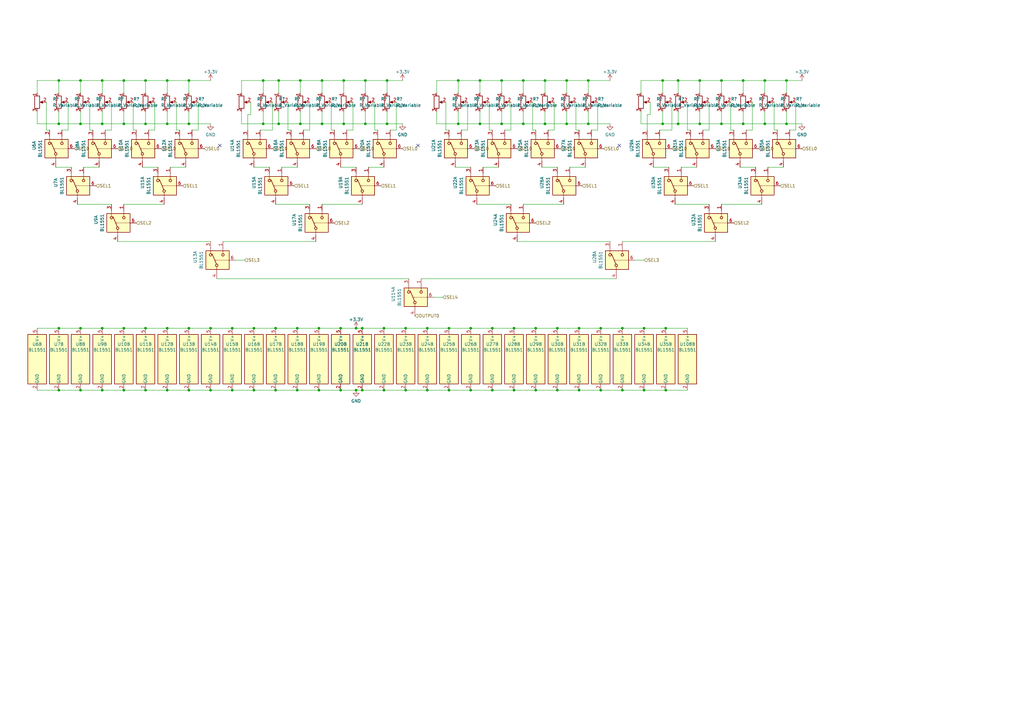
<source format=kicad_sch>
(kicad_sch (version 20230121) (generator eeschema)
  (paper "A3")
  (junction (at 132.08 33.02))
  (junction (at 139.7 134.62))
  (junction (at 214.63 50.8))
  (junction (at 193.04 160.02))
  (junction (at 41.91 50.8))
  (junction (at 107.95 50.8))
  (junction (at 255.27 160.02))
  (junction (at 68.58 160.02))
  (junction (at 241.3 33.02))
  (junction (at 228.6 160.02))
  (junction (at 41.91 160.02))
  (junction (at 77.47 160.02))
  (junction (at 232.41 33.02))
  (junction (at 121.92 134.62))
  (junction (at 59.69 160.02))
  (junction (at 77.47 33.02))
  (junction (at 41.91 134.62))
  (junction (at 255.27 134.62))
  (junction (at 157.48 134.62))
  (junction (at 149.86 50.8))
  (junction (at 187.96 33.02))
  (junction (at 132.08 50.8))
  (junction (at 146.05 160.02))
  (junction (at 140.97 33.02))
  (junction (at 59.69 134.62))
  (junction (at 86.36 134.62))
  (junction (at 95.25 160.02))
  (junction (at 158.75 50.8))
  (junction (at 130.81 134.62))
  (junction (at 113.03 134.62))
  (junction (at 33.02 160.02))
  (junction (at 246.38 134.62))
  (junction (at 59.69 50.8))
  (junction (at 104.14 134.62))
  (junction (at 166.37 134.62))
  (junction (at 287.02 33.02))
  (junction (at 50.8 160.02))
  (junction (at 68.58 33.02))
  (junction (at 210.82 160.02))
  (junction (at 148.59 160.02))
  (junction (at 271.78 33.02))
  (junction (at 273.05 160.02))
  (junction (at 24.13 50.8))
  (junction (at 304.8 50.8))
  (junction (at 313.69 50.8))
  (junction (at 304.8 33.02))
  (junction (at 24.13 134.62))
  (junction (at 77.47 50.8))
  (junction (at 187.96 50.8))
  (junction (at 241.3 50.8))
  (junction (at 264.16 160.02))
  (junction (at 264.16 134.62))
  (junction (at 113.03 160.02))
  (junction (at 223.52 50.8))
  (junction (at 201.93 134.62))
  (junction (at 278.13 50.8))
  (junction (at 271.78 50.8))
  (junction (at 295.91 33.02))
  (junction (at 114.3 33.02))
  (junction (at 148.59 134.62))
  (junction (at 158.75 33.02))
  (junction (at 196.85 50.8))
  (junction (at 33.02 33.02))
  (junction (at 184.15 134.62))
  (junction (at 205.74 33.02))
  (junction (at 184.15 160.02))
  (junction (at 157.48 160.02))
  (junction (at 219.71 134.62))
  (junction (at 278.13 33.02))
  (junction (at 140.97 50.8))
  (junction (at 196.85 33.02))
  (junction (at 295.91 50.8))
  (junction (at 210.82 134.62))
  (junction (at 41.91 33.02))
  (junction (at 175.26 160.02))
  (junction (at 219.71 160.02))
  (junction (at 193.04 134.62))
  (junction (at 223.52 33.02))
  (junction (at 50.8 50.8))
  (junction (at 322.58 50.8))
  (junction (at 322.58 33.02))
  (junction (at 166.37 160.02))
  (junction (at 50.8 134.62))
  (junction (at 104.14 160.02))
  (junction (at 68.58 50.8))
  (junction (at 232.41 50.8))
  (junction (at 123.19 50.8))
  (junction (at 123.19 33.02))
  (junction (at 237.49 160.02))
  (junction (at 24.13 33.02))
  (junction (at 214.63 33.02))
  (junction (at 246.38 160.02))
  (junction (at 201.93 160.02))
  (junction (at 228.6 134.62))
  (junction (at 86.36 160.02))
  (junction (at 59.69 33.02))
  (junction (at 313.69 33.02))
  (junction (at 146.05 134.62))
  (junction (at 50.8 33.02))
  (junction (at 139.7 160.02))
  (junction (at 24.13 160.02))
  (junction (at 149.86 33.02))
  (junction (at 33.02 134.62))
  (junction (at 287.02 50.8))
  (junction (at 114.3 50.8))
  (junction (at 107.95 33.02))
  (junction (at 33.02 50.8))
  (junction (at 77.47 134.62))
  (junction (at 130.81 160.02))
  (junction (at 121.92 160.02))
  (junction (at 95.25 134.62))
  (junction (at 68.58 134.62))
  (junction (at 205.74 50.8))
  (junction (at 273.05 134.62))
  (junction (at 175.26 134.62))
  (junction (at 237.49 134.62))
  (no_connect (at 171.45 59.69))
  (no_connect (at 254 59.69))
  (no_connect (at 90.17 59.69))
  (wire (pts (xy 107.95 50.8) (xy 107.95 45.72)))
  (wire (pts (xy 187.96 33.02) (xy 196.85 33.02)))
  (wire (pts (xy 102.87 46.99) (xy 101.6 46.99)))
  (wire (pts (xy 287.02 50.8) (xy 295.91 50.8)))
  (wire (pts (xy 24.13 50.8) (xy 33.02 50.8)))
  (wire (pts (xy 273.05 134.62) (xy 281.94 134.62)))
  (wire (pts (xy 271.78 50.8) (xy 271.78 45.72)))
  (wire (pts (xy 271.78 50.8) (xy 278.13 50.8)))
  (wire (pts (xy 68.58 33.02) (xy 68.58 38.1)))
  (wire (pts (xy 245.11 41.91) (xy 245.11 53.34)))
  (wire (pts (xy 326.39 41.91) (xy 326.39 53.34)))
  (wire (pts (xy 27.94 41.91) (xy 27.94 53.34)))
  (wire (pts (xy 24.13 160.02) (xy 33.02 160.02)))
  (wire (pts (xy 198.12 68.58) (xy 204.47 68.58)))
  (wire (pts (xy 99.06 50.8) (xy 107.95 50.8)))
  (wire (pts (xy 250.19 33.02) (xy 241.3 33.02)))
  (wire (pts (xy 111.76 53.34) (xy 106.68 53.34)))
  (wire (pts (xy 24.13 33.02) (xy 33.02 33.02)))
  (wire (pts (xy 50.8 160.02) (xy 59.69 160.02)))
  (wire (pts (xy 264.16 134.62) (xy 273.05 134.62)))
  (wire (pts (xy 81.28 53.34) (xy 78.74 53.34)))
  (wire (pts (xy 246.38 160.02) (xy 255.27 160.02)))
  (wire (pts (xy 15.24 33.02) (xy 24.13 33.02)))
  (wire (pts (xy 59.69 134.62) (xy 68.58 134.62)))
  (wire (pts (xy 255.27 99.06) (xy 293.37 99.06)))
  (wire (pts (xy 50.8 134.62) (xy 59.69 134.62)))
  (wire (pts (xy 59.69 160.02) (xy 68.58 160.02)))
  (wire (pts (xy 139.7 160.02) (xy 146.05 160.02)))
  (wire (pts (xy 209.55 53.34) (xy 207.01 53.34)))
  (wire (pts (xy 68.58 50.8) (xy 77.47 50.8)))
  (wire (pts (xy 19.05 53.34) (xy 20.32 53.34)))
  (wire (pts (xy 314.96 68.58) (xy 321.31 68.58)))
  (wire (pts (xy 262.89 33.02) (xy 262.89 38.1)))
  (wire (pts (xy 50.8 50.8) (xy 50.8 45.72)))
  (wire (pts (xy 114.3 33.02) (xy 123.19 33.02)))
  (wire (pts (xy 72.39 41.91) (xy 72.39 53.34)))
  (wire (pts (xy 153.67 41.91) (xy 153.67 53.34)))
  (wire (pts (xy 59.69 50.8) (xy 59.69 45.72)))
  (wire (pts (xy 304.8 33.02) (xy 313.69 33.02)))
  (wire (pts (xy 278.13 33.02) (xy 287.02 33.02)))
  (wire (pts (xy 205.74 33.02) (xy 214.63 33.02)))
  (wire (pts (xy 107.95 50.8) (xy 114.3 50.8)))
  (wire (pts (xy 132.08 50.8) (xy 140.97 50.8)))
  (wire (pts (xy 68.58 50.8) (xy 68.58 45.72)))
  (wire (pts (xy 175.26 160.02) (xy 184.15 160.02)))
  (wire (pts (xy 99.06 50.8) (xy 99.06 45.72)))
  (wire (pts (xy 205.74 33.02) (xy 205.74 38.1)))
  (wire (pts (xy 236.22 41.91) (xy 236.22 53.34)))
  (wire (pts (xy 58.42 68.58) (xy 64.77 68.58)))
  (wire (pts (xy 31.75 83.82) (xy 45.72 83.82)))
  (wire (pts (xy 41.91 50.8) (xy 50.8 50.8)))
  (wire (pts (xy 265.43 46.99) (xy 265.43 53.34)))
  (wire (pts (xy 223.52 50.8) (xy 223.52 45.72)))
  (wire (pts (xy 304.8 50.8) (xy 304.8 45.72)))
  (wire (pts (xy 201.93 134.62) (xy 210.82 134.62)))
  (wire (pts (xy 81.28 41.91) (xy 81.28 53.34)))
  (wire (pts (xy 187.96 50.8) (xy 196.85 50.8)))
  (wire (pts (xy 262.89 50.8) (xy 262.89 45.72)))
  (wire (pts (xy 123.19 33.02) (xy 132.08 33.02)))
  (wire (pts (xy 50.8 33.02) (xy 59.69 33.02)))
  (wire (pts (xy 19.05 41.91) (xy 19.05 53.34)))
  (wire (pts (xy 193.04 160.02) (xy 201.93 160.02)))
  (wire (pts (xy 22.86 68.58) (xy 29.21 68.58)))
  (wire (pts (xy 313.69 50.8) (xy 313.69 45.72)))
  (wire (pts (xy 50.8 33.02) (xy 50.8 38.1)))
  (wire (pts (xy 123.19 50.8) (xy 132.08 50.8)))
  (wire (pts (xy 59.69 33.02) (xy 59.69 38.1)))
  (wire (pts (xy 196.85 50.8) (xy 196.85 45.72)))
  (wire (pts (xy 276.86 83.82) (xy 290.83 83.82)))
  (wire (pts (xy 179.07 33.02) (xy 187.96 33.02)))
  (wire (pts (xy 158.75 50.8) (xy 165.1 50.8)))
  (wire (pts (xy 287.02 33.02) (xy 287.02 38.1)))
  (wire (pts (xy 77.47 33.02) (xy 77.47 38.1)))
  (wire (pts (xy 210.82 134.62) (xy 219.71 134.62)))
  (wire (pts (xy 196.85 33.02) (xy 196.85 38.1)))
  (wire (pts (xy 36.83 53.34) (xy 38.1 53.34)))
  (wire (pts (xy 158.75 50.8) (xy 158.75 45.72)))
  (wire (pts (xy 218.44 53.34) (xy 219.71 53.34)))
  (wire (pts (xy 130.81 134.62) (xy 139.7 134.62)))
  (wire (pts (xy 295.91 33.02) (xy 295.91 38.1)))
  (wire (pts (xy 326.39 53.34) (xy 323.85 53.34)))
  (wire (pts (xy 114.3 50.8) (xy 123.19 50.8)))
  (wire (pts (xy 214.63 83.82) (xy 231.14 83.82)))
  (wire (pts (xy 118.11 41.91) (xy 118.11 53.34)))
  (wire (pts (xy 157.48 134.62) (xy 166.37 134.62)))
  (wire (pts (xy 227.33 53.34) (xy 224.79 53.34)))
  (wire (pts (xy 151.13 68.58) (xy 157.48 68.58)))
  (wire (pts (xy 54.61 53.34) (xy 55.88 53.34)))
  (wire (pts (xy 162.56 53.34) (xy 160.02 53.34)))
  (wire (pts (xy 295.91 50.8) (xy 304.8 50.8)))
  (wire (pts (xy 266.7 41.91) (xy 266.7 46.99)))
  (wire (pts (xy 118.11 53.34) (xy 119.38 53.34)))
  (wire (pts (xy 299.72 53.34) (xy 300.99 53.34)))
  (wire (pts (xy 33.02 160.02) (xy 41.91 160.02)))
  (wire (pts (xy 41.91 33.02) (xy 50.8 33.02)))
  (wire (pts (xy 266.7 46.99) (xy 265.43 46.99)))
  (wire (pts (xy 132.08 33.02) (xy 140.97 33.02)))
  (wire (pts (xy 95.25 134.62) (xy 104.14 134.62)))
  (wire (pts (xy 182.88 53.34) (xy 184.15 53.34)))
  (wire (pts (xy 227.33 41.91) (xy 227.33 53.34)))
  (wire (pts (xy 157.48 160.02) (xy 166.37 160.02)))
  (wire (pts (xy 175.26 134.62) (xy 184.15 134.62)))
  (wire (pts (xy 102.87 41.91) (xy 102.87 46.99)))
  (wire (pts (xy 158.75 33.02) (xy 165.1 33.02)))
  (wire (pts (xy 63.5 53.34) (xy 60.96 53.34)))
  (wire (pts (xy 15.24 160.02) (xy 24.13 160.02)))
  (wire (pts (xy 275.59 53.34) (xy 270.51 53.34)))
  (wire (pts (xy 201.93 160.02) (xy 210.82 160.02)))
  (wire (pts (xy 50.8 50.8) (xy 59.69 50.8)))
  (wire (pts (xy 77.47 50.8) (xy 77.47 45.72)))
  (wire (pts (xy 96.52 106.68) (xy 100.33 106.68)))
  (wire (pts (xy 88.9 114.3) (xy 167.64 114.3)))
  (wire (pts (xy 222.25 68.58) (xy 228.6 68.58)))
  (wire (pts (xy 295.91 33.02) (xy 304.8 33.02)))
  (wire (pts (xy 127 53.34) (xy 124.46 53.34)))
  (wire (pts (xy 219.71 160.02) (xy 228.6 160.02)))
  (wire (pts (xy 132.08 33.02) (xy 132.08 38.1)))
  (wire (pts (xy 139.7 68.58) (xy 146.05 68.58)))
  (wire (pts (xy 149.86 33.02) (xy 158.75 33.02)))
  (wire (pts (xy 107.95 33.02) (xy 107.95 38.1)))
  (wire (pts (xy 41.91 160.02) (xy 50.8 160.02)))
  (wire (pts (xy 214.63 33.02) (xy 214.63 38.1)))
  (wire (pts (xy 15.24 134.62) (xy 24.13 134.62)))
  (wire (pts (xy 313.69 33.02) (xy 313.69 38.1)))
  (wire (pts (xy 45.72 41.91) (xy 45.72 53.34)))
  (wire (pts (xy 139.7 134.62) (xy 146.05 134.62)))
  (wire (pts (xy 114.3 50.8) (xy 114.3 45.72)))
  (wire (pts (xy 41.91 50.8) (xy 41.91 45.72)))
  (wire (pts (xy 104.14 68.58) (xy 110.49 68.58)))
  (wire (pts (xy 273.05 160.02) (xy 281.94 160.02)))
  (wire (pts (xy 232.41 50.8) (xy 232.41 45.72)))
  (wire (pts (xy 91.44 99.06) (xy 129.54 99.06)))
  (wire (pts (xy 121.92 160.02) (xy 130.81 160.02)))
  (wire (pts (xy 77.47 160.02) (xy 86.36 160.02)))
  (wire (pts (xy 278.13 33.02) (xy 278.13 38.1)))
  (wire (pts (xy 135.89 41.91) (xy 135.89 53.34)))
  (wire (pts (xy 191.77 41.91) (xy 191.77 53.34)))
  (wire (pts (xy 41.91 134.62) (xy 50.8 134.62)))
  (wire (pts (xy 127 41.91) (xy 127 53.34)))
  (wire (pts (xy 322.58 50.8) (xy 328.93 50.8)))
  (wire (pts (xy 281.94 41.91) (xy 281.94 53.34)))
  (wire (pts (xy 41.91 33.02) (xy 41.91 38.1)))
  (wire (pts (xy 179.07 33.02) (xy 179.07 38.1)))
  (wire (pts (xy 111.76 41.91) (xy 111.76 53.34)))
  (wire (pts (xy 290.83 53.34) (xy 288.29 53.34)))
  (wire (pts (xy 99.06 33.02) (xy 99.06 38.1)))
  (wire (pts (xy 223.52 33.02) (xy 223.52 38.1)))
  (wire (pts (xy 223.52 33.02) (xy 232.41 33.02)))
  (wire (pts (xy 15.24 33.02) (xy 15.24 38.1)))
  (wire (pts (xy 140.97 50.8) (xy 140.97 45.72)))
  (wire (pts (xy 287.02 33.02) (xy 295.91 33.02)))
  (wire (pts (xy 218.44 41.91) (xy 218.44 53.34)))
  (wire (pts (xy 184.15 134.62) (xy 193.04 134.62)))
  (wire (pts (xy 149.86 50.8) (xy 149.86 45.72)))
  (wire (pts (xy 271.78 33.02) (xy 278.13 33.02)))
  (wire (pts (xy 322.58 33.02) (xy 328.93 33.02)))
  (wire (pts (xy 267.97 68.58) (xy 274.32 68.58)))
  (wire (pts (xy 255.27 134.62) (xy 264.16 134.62)))
  (wire (pts (xy 187.96 50.8) (xy 187.96 45.72)))
  (wire (pts (xy 68.58 33.02) (xy 77.47 33.02)))
  (wire (pts (xy 68.58 134.62) (xy 77.47 134.62)))
  (wire (pts (xy 187.96 33.02) (xy 187.96 38.1)))
  (wire (pts (xy 271.78 33.02) (xy 271.78 38.1)))
  (wire (pts (xy 69.85 68.58) (xy 76.2 68.58)))
  (wire (pts (xy 72.39 53.34) (xy 73.66 53.34)))
  (wire (pts (xy 113.03 134.62) (xy 121.92 134.62)))
  (wire (pts (xy 130.81 160.02) (xy 139.7 160.02)))
  (wire (pts (xy 114.3 33.02) (xy 114.3 38.1)))
  (wire (pts (xy 241.3 50.8) (xy 241.3 45.72)))
  (wire (pts (xy 322.58 50.8) (xy 322.58 45.72)))
  (wire (pts (xy 140.97 50.8) (xy 149.86 50.8)))
  (wire (pts (xy 121.92 134.62) (xy 130.81 134.62)))
  (wire (pts (xy 33.02 50.8) (xy 41.91 50.8)))
  (wire (pts (xy 304.8 50.8) (xy 313.69 50.8)))
  (wire (pts (xy 146.05 134.62) (xy 148.59 134.62)))
  (wire (pts (xy 148.59 160.02) (xy 157.48 160.02)))
  (wire (pts (xy 153.67 53.34) (xy 154.94 53.34)))
  (wire (pts (xy 115.57 68.58) (xy 121.92 68.58)))
  (wire (pts (xy 303.53 68.58) (xy 309.88 68.58)))
  (wire (pts (xy 86.36 160.02) (xy 95.25 160.02)))
  (wire (pts (xy 260.35 106.68) (xy 264.16 106.68)))
  (wire (pts (xy 101.6 46.99) (xy 101.6 53.34)))
  (wire (pts (xy 228.6 160.02) (xy 237.49 160.02)))
  (wire (pts (xy 264.16 160.02) (xy 273.05 160.02)))
  (wire (pts (xy 36.83 41.91) (xy 36.83 53.34)))
  (wire (pts (xy 290.83 41.91) (xy 290.83 53.34)))
  (wire (pts (xy 209.55 41.91) (xy 209.55 53.34)))
  (wire (pts (xy 313.69 33.02) (xy 322.58 33.02)))
  (wire (pts (xy 15.24 50.8) (xy 15.24 45.72)))
  (wire (pts (xy 308.61 41.91) (xy 308.61 53.34)))
  (wire (pts (xy 196.85 50.8) (xy 205.74 50.8)))
  (wire (pts (xy 15.24 50.8) (xy 24.13 50.8)))
  (wire (pts (xy 196.85 33.02) (xy 205.74 33.02)))
  (wire (pts (xy 245.11 53.34) (xy 242.57 53.34)))
  (wire (pts (xy 24.13 50.8) (xy 24.13 45.72)))
  (wire (pts (xy 287.02 50.8) (xy 287.02 45.72)))
  (wire (pts (xy 223.52 50.8) (xy 232.41 50.8)))
  (wire (pts (xy 146.05 160.02) (xy 148.59 160.02)))
  (wire (pts (xy 299.72 41.91) (xy 299.72 53.34)))
  (wire (pts (xy 77.47 134.62) (xy 86.36 134.62)))
  (wire (pts (xy 179.07 50.8) (xy 179.07 45.72)))
  (wire (pts (xy 237.49 134.62) (xy 246.38 134.62)))
  (wire (pts (xy 212.09 99.06) (xy 250.19 99.06)))
  (wire (pts (xy 191.77 53.34) (xy 189.23 53.34)))
  (wire (pts (xy 104.14 134.62) (xy 113.03 134.62)))
  (wire (pts (xy 68.58 160.02) (xy 77.47 160.02)))
  (wire (pts (xy 210.82 160.02) (xy 219.71 160.02)))
  (wire (pts (xy 317.5 53.34) (xy 318.77 53.34)))
  (wire (pts (xy 172.72 114.3) (xy 252.73 114.3)))
  (wire (pts (xy 54.61 41.91) (xy 54.61 53.34)))
  (wire (pts (xy 63.5 41.91) (xy 63.5 53.34)))
  (wire (pts (xy 182.88 41.91) (xy 182.88 53.34)))
  (wire (pts (xy 33.02 33.02) (xy 33.02 38.1)))
  (wire (pts (xy 275.59 41.91) (xy 275.59 53.34)))
  (wire (pts (xy 295.91 83.82) (xy 312.42 83.82)))
  (wire (pts (xy 246.38 134.62) (xy 255.27 134.62)))
  (wire (pts (xy 232.41 50.8) (xy 241.3 50.8)))
  (wire (pts (xy 135.89 53.34) (xy 137.16 53.34)))
  (wire (pts (xy 148.59 134.62) (xy 157.48 134.62)))
  (wire (pts (xy 86.36 33.02) (xy 77.47 33.02)))
  (wire (pts (xy 241.3 50.8) (xy 250.19 50.8)))
  (wire (pts (xy 33.02 134.62) (xy 41.91 134.62)))
  (wire (pts (xy 186.69 68.58) (xy 193.04 68.58)))
  (wire (pts (xy 255.27 160.02) (xy 264.16 160.02)))
  (wire (pts (xy 214.63 50.8) (xy 223.52 50.8)))
  (wire (pts (xy 158.75 33.02) (xy 158.75 38.1)))
  (wire (pts (xy 200.66 41.91) (xy 200.66 53.34)))
  (wire (pts (xy 214.63 50.8) (xy 214.63 45.72)))
  (wire (pts (xy 45.72 53.34) (xy 43.18 53.34)))
  (wire (pts (xy 322.58 33.02) (xy 322.58 38.1)))
  (wire (pts (xy 144.78 53.34) (xy 142.24 53.34)))
  (wire (pts (xy 237.49 160.02) (xy 246.38 160.02)))
  (wire (pts (xy 219.71 134.62) (xy 228.6 134.62)))
  (wire (pts (xy 24.13 134.62) (xy 33.02 134.62)))
  (wire (pts (xy 262.89 50.8) (xy 271.78 50.8)))
  (wire (pts (xy 179.07 50.8) (xy 187.96 50.8)))
  (wire (pts (xy 86.36 134.62) (xy 95.25 134.62)))
  (wire (pts (xy 34.29 68.58) (xy 40.64 68.58)))
  (wire (pts (xy 107.95 33.02) (xy 114.3 33.02)))
  (wire (pts (xy 123.19 50.8) (xy 123.19 45.72)))
  (wire (pts (xy 279.4 68.58) (xy 285.75 68.58)))
  (wire (pts (xy 77.47 50.8) (xy 86.36 50.8)))
  (wire (pts (xy 33.02 33.02) (xy 41.91 33.02)))
  (wire (pts (xy 95.25 160.02) (xy 104.14 160.02)))
  (wire (pts (xy 113.03 160.02) (xy 121.92 160.02)))
  (wire (pts (xy 140.97 33.02) (xy 140.97 38.1)))
  (wire (pts (xy 193.04 134.62) (xy 201.93 134.62)))
  (wire (pts (xy 123.19 33.02) (xy 123.19 38.1)))
  (wire (pts (xy 205.74 50.8) (xy 214.63 50.8)))
  (wire (pts (xy 177.8 121.92) (xy 181.61 121.92)))
  (wire (pts (xy 24.13 33.02) (xy 24.13 38.1)))
  (wire (pts (xy 241.3 33.02) (xy 241.3 38.1)))
  (wire (pts (xy 59.69 33.02) (xy 68.58 33.02)))
  (wire (pts (xy 317.5 41.91) (xy 317.5 53.34)))
  (wire (pts (xy 166.37 134.62) (xy 175.26 134.62)))
  (wire (pts (xy 205.74 50.8) (xy 205.74 45.72)))
  (wire (pts (xy 236.22 53.34) (xy 237.49 53.34)))
  (wire (pts (xy 50.8 83.82) (xy 67.31 83.82)))
  (wire (pts (xy 33.02 50.8) (xy 33.02 45.72)))
  (wire (pts (xy 132.08 50.8) (xy 132.08 45.72)))
  (wire (pts (xy 132.08 83.82) (xy 148.59 83.82)))
  (wire (pts (xy 214.63 33.02) (xy 223.52 33.02)))
  (wire (pts (xy 162.56 41.91) (xy 162.56 53.34)))
  (wire (pts (xy 278.13 50.8) (xy 287.02 50.8)))
  (wire (pts (xy 104.14 160.02) (xy 113.03 160.02)))
  (wire (pts (xy 313.69 50.8) (xy 322.58 50.8)))
  (wire (pts (xy 200.66 53.34) (xy 201.93 53.34)))
  (wire (pts (xy 48.26 99.06) (xy 86.36 99.06)))
  (wire (pts (xy 262.89 33.02) (xy 271.78 33.02)))
  (wire (pts (xy 233.68 68.58) (xy 240.03 68.58)))
  (wire (pts (xy 295.91 50.8) (xy 295.91 45.72)))
  (wire (pts (xy 232.41 33.02) (xy 232.41 38.1)))
  (wire (pts (xy 232.41 33.02) (xy 241.3 33.02)))
  (wire (pts (xy 281.94 53.34) (xy 283.21 53.34)))
  (wire (pts (xy 149.86 50.8) (xy 158.75 50.8)))
  (wire (pts (xy 195.58 83.82) (xy 209.55 83.82)))
  (wire (pts (xy 228.6 134.62) (xy 237.49 134.62)))
  (wire (pts (xy 304.8 33.02) (xy 304.8 38.1)))
  (wire (pts (xy 113.03 83.82) (xy 127 83.82)))
  (wire (pts (xy 308.61 53.34) (xy 306.07 53.34)))
  (wire (pts (xy 99.06 33.02) (xy 107.95 33.02)))
  (wire (pts (xy 184.15 160.02) (xy 193.04 160.02)))
  (wire (pts (xy 144.78 41.91) (xy 144.78 53.34)))
  (wire (pts (xy 149.86 33.02) (xy 149.86 38.1)))
  (wire (pts (xy 166.37 160.02) (xy 175.26 160.02)))
  (wire (pts (xy 27.94 53.34) (xy 25.4 53.34)))
  (wire (pts (xy 140.97 33.02) (xy 149.86 33.02)))
  (wire (pts (xy 59.69 50.8) (xy 68.58 50.8)))
  (wire (pts (xy 278.13 50.8) (xy 278.13 45.72)))
  (hierarchical_label "SEL0" (shape input) (at 293.37 60.96 0))
  (hierarchical_label "SEL0" (shape input) (at 83.82 60.96 0))
  (hierarchical_label "SEL2" (shape input) (at 55.88 91.44 0))
  (hierarchical_label "SEL0" (shape input) (at 328.93 60.96 0))
  (hierarchical_label "SEL0" (shape input) (at 247.65 60.96 0))
  (hierarchical_label "SEL0" (shape input) (at 66.04 60.96 0))
  (hierarchical_label "SEL1" (shape input) (at 238.76 76.2 0))
  (hierarchical_label "SEL3" (shape input) (at 264.16 106.68 0))
  (hierarchical_label "SEL0" (shape input) (at 30.48 60.96 0))
  (hierarchical_label "SEL1" (shape input) (at 203.2 76.2 0))
  (hierarchical_label "SEL0" (shape input) (at 129.54 60.96 0))
  (hierarchical_label "SEL0" (shape input) (at 111.76 60.96 0))
  (hierarchical_label "SEL4" (shape input) (at 181.61 121.92 0))
  (hierarchical_label "SEL0" (shape input) (at 311.15 60.96 0))
  (hierarchical_label "SEL0" (shape input) (at 147.32 60.96 0))
  (hierarchical_label "SEL3" (shape input) (at 100.33 106.68 0))
  (hierarchical_label "SEL2" (shape input) (at 219.71 91.44 0))
  (hierarchical_label "SEL1" (shape input) (at 74.93 76.2 0))
  (hierarchical_label "SEL1" (shape input) (at 320.04 76.2 0))
  (hierarchical_label "SEL0" (shape input) (at 165.1 60.96 0))
  (hierarchical_label "SEL1" (shape input) (at 39.37 76.2 0))
  (hierarchical_label "SEL2" (shape input) (at 300.99 91.44 0))
  (hierarchical_label "OUTPUT0" (shape input) (at 170.18 129.54 0))
  (hierarchical_label "SEL0" (shape input) (at 212.09 60.96 0))
  (hierarchical_label "SEL0" (shape input) (at 275.59 60.96 0))
  (hierarchical_label "SEL1" (shape input) (at 156.21 76.2 0))
  (hierarchical_label "SEL0" (shape input) (at 229.87 60.96 0))
  (hierarchical_label "SEL0" (shape input) (at 194.31 60.96 0))
  (hierarchical_label "SEL2" (shape input) (at 137.16 91.44 0))
  (hierarchical_label "SEL0" (shape input) (at 48.26 60.96 0))
  (hierarchical_label "SEL1" (shape input) (at 284.48 76.2 0))
  (hierarchical_label "SEL1" (shape input) (at 120.65 76.2 0))
  (symbol (lib_id "Analog_Switch:FSA3157L6X") (at 38.1 60.96 90) (unit 1)
    (property "Reference" "U8" (at 31.75 59.69 0))
    (property "Value" "BL1551" (at 34.2646 60.96 0))
    (property "Footprint" "Package_TO_SOT_SMD:SOT-363_SC-70-6" (effects hide))
    (property "Datasheet" "https://www.onsemi.com/pub/Collateral/NC7SB3157-D.PDF" (effects hide))
  )
  (symbol (lib_id "Analog_Switch:FSA3157L6X") (at 41.91 147.32 0) (unit 2)
    (property "Reference" "U9" (at 41.91 141.1732 0))
    (property "Value" "BL1551" (at 41.91 143.4846 0))
    (property "Footprint" "Package_TO_SOT_SMD:SOT-363_SC-70-6" (effects hide))
    (property "Datasheet" "https://www.onsemi.com/pub/Collateral/NC7SB3157-D.PDF" (effects hide))
  )
  (symbol (lib_id "Device:R_Potentiometer") (at 15.24 41.91 0) (unit 1)
    (property "Reference" "R?" (at 21.59 40.64 0) (effects (justify left)))
    (property "Value" "R_Variable" (at 21.59 43.18 0) (effects (justify left)))
    (property "Footprint" "ordentliche-teile:scheißfader" (effects hide))
    (instances (project "esp32_midi" (path "" (reference "R?") (unit 1)) (path "" (reference "R16") (unit 1))))
  )
  (symbol (lib_id "Device:R_Potentiometer") (at 77.47 41.91 0) (unit 1)
    (property "Reference" "R?" (at 81.28 40.64 0) (effects (justify left)))
    (property "Value" "R_Variable" (at 81.28 43.18 0) (effects (justify left)))
    (property "Footprint" "ordentliche-teile:scheißfader" (effects hide))
    (instances (project "esp32_midi" (path "" (reference "R?") (unit 1)) (path "" (reference "R23") (unit 1))))
  )
  (symbol (lib_id "Analog_Switch:FSA3157L6X") (at 237.49 147.32 0) (unit 2)
    (property "Reference" "U31" (at 237.49 141.1732 0))
    (property "Value" "BL1551" (at 237.49 143.4846 0))
    (property "Footprint" "Package_TO_SOT_SMD:SOT-363_SC-70-6" (effects hide))
    (property "Datasheet" "https://www.onsemi.com/pub/Collateral/NC7SB3157-D.PDF" (effects hide))
  )
  (symbol (lib_id "Device:R_Potentiometer") (at 33.02 41.91 0) (unit 1)
    (property "Reference" "R?" (at 39.37 40.64 0) (effects (justify left)))
    (property "Value" "R_Variable" (at 39.37 43.18 0) (effects (justify left)))
    (property "Footprint" "ordentliche-teile:scheißfader" (effects hide))
    (instances (project "esp32_midi" (path "" (reference "R?") (unit 1)) (path "" (reference "R18") (unit 1))))
  )
  (symbol (lib_id "Device:R_Potentiometer") (at 271.78 41.91 0) (unit 1)
    (property "Reference" "R?" (at 278.13 40.64 0) (effects (justify left)))
    (property "Value" "R_Variable" (at 278.13 43.18 0) (effects (justify left)))
    (property "Footprint" "Potentiometer_THT:Potentiometer_Alps_RK09L_Single_Vertical" (effects hide))
    (instances (project "esp32_midi" (path "" (reference "R?") (unit 1)) (path "" (reference "R41") (unit 1))))
  )
  (symbol (lib_id "Analog_Switch:FSA3157L6X") (at 95.25 147.32 0) (unit 2)
    (property "Reference" "U15" (at 95.25 141.1732 0))
    (property "Value" "BL1551" (at 95.25 143.4846 0))
    (property "Footprint" "Package_TO_SOT_SMD:SOT-363_SC-70-6" (effects hide))
    (property "Datasheet" "https://www.onsemi.com/pub/Collateral/NC7SB3157-D.PDF" (effects hide))
  )
  (symbol (lib_id "Device:R_Potentiometer") (at 313.69 41.91 0) (unit 1)
    (property "Reference" "R?" (at 320.04 40.64 0) (effects (justify left)))
    (property "Value" "R_Variable" (at 320.04 43.18 0) (effects (justify left)))
    (property "Footprint" "Potentiometer_THT:Potentiometer_Alps_RK09L_Single_Vertical" (effects hide))
    (instances (project "esp32_midi" (path "" (reference "R?") (unit 1)) (path "" (reference "R46") (unit 1))))
  )
  (symbol (lib_id "Analog_Switch:FSA3157L6X") (at 219.71 147.32 0) (unit 2)
    (property "Reference" "U29" (at 219.71 141.1732 0))
    (property "Value" "BL1551" (at 219.71 143.4846 0))
    (property "Footprint" "Package_TO_SOT_SMD:SOT-363_SC-70-6" (effects hide))
    (property "Datasheet" "https://www.onsemi.com/pub/Collateral/NC7SB3157-D.PDF" (effects hide))
  )
  (symbol (lib_id "Analog_Switch:FSA3157L6X") (at 113.03 147.32 0) (unit 2)
    (property "Reference" "U17" (at 113.03 141.1732 0))
    (property "Value" "BL1551" (at 113.03 143.4846 0))
    (property "Footprint" "Package_TO_SOT_SMD:SOT-363_SC-70-6" (effects hide))
    (property "Datasheet" "https://www.onsemi.com/pub/Collateral/NC7SB3157-D.PDF" (effects hide))
  )
  (symbol (lib_id "Device:R_Potentiometer") (at 187.96 41.91 0) (unit 1)
    (property "Reference" "R?" (at 194.31 40.64 0) (effects (justify left)))
    (property "Value" "R_Variable" (at 194.31 43.18 0) (effects (justify left)))
    (property "Footprint" "Potentiometer_THT:Potentiometer_Alps_RK09L_Single_Vertical" (effects hide))
    (instances (project "esp32_midi" (path "" (reference "R?") (unit 1)) (path "" (reference "R33") (unit 1))))
  )
  (symbol (lib_id "Analog_Switch:FSA3157L6X") (at 73.66 60.96 90) (unit 1)
    (property "Reference" "U12" (at 67.31 59.69 0))
    (property "Value" "BL1551" (at 69.8246 60.96 0))
    (property "Footprint" "Package_TO_SOT_SMD:SOT-363_SC-70-6" (effects hide))
    (property "Datasheet" "https://www.onsemi.com/pub/Collateral/NC7SB3157-D.PDF" (effects hide))
  )
  (symbol (lib_id "Analog_Switch:FSA3157L6X") (at 64.77 76.2 90) (unit 1)
    (property "Reference" "U11" (at 58.42 74.93 0))
    (property "Value" "BL1551" (at 60.9346 76.2 0))
    (property "Footprint" "Package_TO_SOT_SMD:SOT-363_SC-70-6" (effects hide))
    (property "Datasheet" "https://www.onsemi.com/pub/Collateral/NC7SB3157-D.PDF" (effects hide))
  )
  (symbol (lib_id "Device:R_Potentiometer") (at 241.3 41.91 0) (unit 1)
    (property "Reference" "R?" (at 245.11 40.64 0) (effects (justify left)))
    (property "Value" "R_Variable" (at 245.11 43.18 0) (effects (justify left)))
    (property "Footprint" "Potentiometer_THT:Potentiometer_Alps_RK09L_Single_Vertical" (effects hide))
    (instances (project "esp32_midi" (path "" (reference "R?") (unit 1)) (path "" (reference "R39") (unit 1))))
  )
  (symbol (lib_id "power:GND") (at 328.93 50.8 0) (unit 1)
    (property "Reference" "#PWR?" (effects hide))
    (property "Value" "GND" (at 328.93 55.2434 0))
    (instances (project "esp32_midi" (path "" (reference "#PWR?") (unit 1)) (path "" (reference "#PWR056") (unit 1))))
  )
  (symbol (lib_id "Analog_Switch:FSA3157L6X") (at 68.58 147.32 0) (unit 2)
    (property "Reference" "U12" (at 68.58 141.1732 0))
    (property "Value" "BL1551" (at 68.58 143.4846 0))
    (property "Footprint" "Package_TO_SOT_SMD:SOT-363_SC-70-6" (effects hide))
    (property "Datasheet" "https://www.onsemi.com/pub/Collateral/NC7SB3157-D.PDF" (effects hide))
  )
  (symbol (lib_id "Analog_Switch:FSA3157L6X") (at 273.05 147.32 0) (unit 2)
    (property "Reference" "U35" (at 273.05 141.1732 0))
    (property "Value" "BL1551" (at 273.05 143.4846 0))
    (property "Footprint" "Package_TO_SOT_SMD:SOT-363_SC-70-6" (effects hide))
    (property "Datasheet" "https://www.onsemi.com/pub/Collateral/NC7SB3157-D.PDF" (effects hide))
  )
  (symbol (lib_id "power:GND") (at 165.1 50.8 0) (unit 1)
    (property "Reference" "#PWR?" (effects hide))
    (property "Value" "GND" (at 165.1 55.2434 0))
    (instances (project "esp32_midi" (path "" (reference "#PWR?") (unit 1)) (path "" (reference "#PWR052") (unit 1))))
  )
  (symbol (lib_id "Analog_Switch:FSA3157L6X") (at 157.48 147.32 0) (unit 2)
    (property "Reference" "U22" (at 157.48 141.1732 0))
    (property "Value" "BL1551" (at 157.48 143.4846 0))
    (property "Footprint" "Package_TO_SOT_SMD:SOT-363_SC-70-6" (effects hide))
    (property "Datasheet" "https://www.onsemi.com/pub/Collateral/NC7SB3157-D.PDF" (effects hide))
  )
  (symbol (lib_id "Analog_Switch:FSA3157L6X") (at 86.36 106.68 90) (unit 1)
    (property "Reference" "U13" (at 80.01 105.41 0))
    (property "Value" "BL1551" (at 82.5246 106.68 0))
    (property "Footprint" "Package_TO_SOT_SMD:SOT-363_SC-70-6" (effects hide))
    (property "Datasheet" "https://www.onsemi.com/pub/Collateral/NC7SB3157-D.PDF" (effects hide))
  )
  (symbol (lib_id "Device:R_Potentiometer") (at 123.19 41.91 0) (unit 1)
    (property "Reference" "R?" (at 129.54 40.64 0) (effects (justify left)))
    (property "Value" "R_Variable" (at 129.54 43.18 0) (effects (justify left)))
    (property "Footprint" "Potentiometer_THT:Potentiometer_Alps_RK09L_Single_Vertical" (effects hide))
    (instances (project "esp32_midi" (path "" (reference "R?") (unit 1)) (path "" (reference "R27") (unit 1))))
  )
  (symbol (lib_id "power:+3.3V") (at 146.05 134.62 0) (unit 1)
    (property "Reference" "#PWR?" (effects hide))
    (property "Value" "+3.3V" (at 146.05 131.0442 0))
    (instances (project "esp32_midi" (path "" (reference "#PWR?") (unit 1)) (path "" (reference "#PWR049") (unit 1))))
  )
  (symbol (lib_id "Analog_Switch:FSA3157L6X") (at 184.15 147.32 0) (unit 2)
    (property "Reference" "U25" (at 184.15 141.1732 0))
    (property "Value" "BL1551" (at 184.15 143.4846 0))
    (property "Footprint" "Package_TO_SOT_SMD:SOT-363_SC-70-6" (effects hide))
    (property "Datasheet" "https://www.onsemi.com/pub/Collateral/NC7SB3157-D.PDF" (effects hide))
  )
  (symbol (lib_id "Analog_Switch:FSA3157L6X") (at 137.16 60.96 90) (unit 1)
    (property "Reference" "U18" (at 130.81 59.69 0))
    (property "Value" "BL1551" (at 133.3246 60.96 0))
    (property "Footprint" "Package_TO_SOT_SMD:SOT-363_SC-70-6" (effects hide))
    (property "Datasheet" "https://www.onsemi.com/pub/Collateral/NC7SB3157-D.PDF" (effects hide))
  )
  (symbol (lib_id "Device:R_Potentiometer") (at 132.08 41.91 0) (unit 1)
    (property "Reference" "R?" (at 135.89 40.64 0) (effects (justify left)))
    (property "Value" "R_Variable" (at 135.89 43.18 0) (effects (justify left)))
    (property "Footprint" "Potentiometer_THT:Potentiometer_Alps_RK09L_Single_Vertical" (effects hide))
    (instances (project "esp32_midi" (path "" (reference "R?") (unit 1)) (path "" (reference "R28") (unit 1))))
  )
  (symbol (lib_id "Analog_Switch:FSA3157L6X") (at 309.88 76.2 90) (unit 1)
    (property "Reference" "U34" (at 303.53 74.93 0))
    (property "Value" "BL1551" (at 306.0446 76.2 0))
    (property "Footprint" "Package_TO_SOT_SMD:SOT-363_SC-70-6" (effects hide))
    (property "Datasheet" "https://www.onsemi.com/pub/Collateral/NC7SB3157-D.PDF" (effects hide))
  )
  (symbol (lib_id "power:+3.3V") (at 328.93 33.02 0) (unit 1)
    (property "Reference" "#PWR?" (effects hide))
    (property "Value" "+3.3V" (at 328.93 29.4442 0))
    (instances (project "esp32_midi" (path "" (reference "#PWR?") (unit 1)) (path "" (reference "#PWR055") (unit 1))))
  )
  (symbol (lib_id "Analog_Switch:FSA3157L6X") (at 281.94 147.32 0) (unit 2)
    (property "Reference" "U108" (at 281.94 141.1732 0))
    (property "Value" "BL1551" (at 281.94 143.4846 0))
    (property "Footprint" "Package_TO_SOT_SMD:SOT-363_SC-70-6" (effects hide))
    (property "Datasheet" "https://www.onsemi.com/pub/Collateral/NC7SB3157-D.PDF" (effects hide))
  )
  (symbol (lib_id "Analog_Switch:FSA3157L6X") (at 166.37 147.32 0) (unit 2)
    (property "Reference" "U23" (at 166.37 141.1732 0))
    (property "Value" "BL1551" (at 166.37 143.4846 0))
    (property "Footprint" "Package_TO_SOT_SMD:SOT-363_SC-70-6" (effects hide))
    (property "Datasheet" "https://www.onsemi.com/pub/Collateral/NC7SB3157-D.PDF" (effects hide))
  )
  (symbol (lib_id "Device:R_Potentiometer") (at 287.02 41.91 0) (unit 1)
    (property "Reference" "R?" (at 293.37 40.64 0) (effects (justify left)))
    (property "Value" "R_Variable" (at 293.37 43.18 0) (effects (justify left)))
    (property "Footprint" "Potentiometer_THT:Potentiometer_Alps_RK09L_Single_Vertical" (effects hide))
    (instances (project "esp32_midi" (path "" (reference "R?") (unit 1)) (path "" (reference "R43") (unit 1))))
  )
  (symbol (lib_id "Device:R_Potentiometer") (at 158.75 41.91 0) (unit 1)
    (property "Reference" "R?" (at 162.56 40.64 0) (effects (justify left)))
    (property "Value" "R_Variable" (at 162.56 43.18 0) (effects (justify left)))
    (property "Footprint" "Potentiometer_THT:Potentiometer_Alps_RK09L_Single_Vertical" (effects hide))
    (instances (project "esp32_midi" (path "" (reference "R?") (unit 1)) (path "" (reference "R31") (unit 1))))
  )
  (symbol (lib_id "Device:R_Potentiometer") (at 322.58 41.91 0) (unit 1)
    (property "Reference" "R?" (at 326.39 40.64 0) (effects (justify left)))
    (property "Value" "R_Variable" (at 326.39 43.18 0) (effects (justify left)))
    (property "Footprint" "Potentiometer_THT:Potentiometer_Alps_RK09L_Single_Vertical" (effects hide))
    (instances (project "esp32_midi" (path "" (reference "R?") (unit 1)) (path "" (reference "R47") (unit 1))))
  )
  (symbol (lib_id "power:+3.3V") (at 250.19 33.02 0) (unit 1)
    (property "Reference" "#PWR?" (effects hide))
    (property "Value" "+3.3V" (at 250.19 29.4442 0))
    (instances (project "esp32_midi" (path "" (reference "#PWR?") (unit 1)) (path "" (reference "#PWR053") (unit 1))))
  )
  (symbol (lib_id "Analog_Switch:FSA3157L6X") (at 110.49 76.2 90) (unit 1)
    (property "Reference" "U15" (at 104.14 74.93 0))
    (property "Value" "BL1551" (at 106.6546 76.2 0))
    (property "Footprint" "Package_TO_SOT_SMD:SOT-363_SC-70-6" (effects hide))
    (property "Datasheet" "https://www.onsemi.com/pub/Collateral/NC7SB3157-D.PDF" (effects hide))
  )
  (symbol (lib_id "Analog_Switch:FSA3157L6X") (at 33.02 147.32 0) (unit 2)
    (property "Reference" "U8" (at 33.02 141.1732 0))
    (property "Value" "BL1551" (at 33.02 143.4846 0))
    (property "Footprint" "Package_TO_SOT_SMD:SOT-363_SC-70-6" (effects hide))
    (property "Datasheet" "https://www.onsemi.com/pub/Collateral/NC7SB3157-D.PDF" (effects hide))
  )
  (symbol (lib_id "Analog_Switch:FSA3157L6X") (at 300.99 60.96 90) (unit 1)
    (property "Reference" "U33" (at 294.64 59.69 0))
    (property "Value" "BL1551" (at 297.1546 60.96 0))
    (property "Footprint" "Package_TO_SOT_SMD:SOT-363_SC-70-6" (effects hide))
    (property "Datasheet" "https://www.onsemi.com/pub/Collateral/NC7SB3157-D.PDF" (effects hide))
  )
  (symbol (lib_id "Analog_Switch:FSA3157L6X") (at 246.38 147.32 0) (unit 2)
    (property "Reference" "U32" (at 246.38 141.1732 0))
    (property "Value" "BL1551" (at 246.38 143.4846 0))
    (property "Footprint" "Package_TO_SOT_SMD:SOT-363_SC-70-6" (effects hide))
    (property "Datasheet" "https://www.onsemi.com/pub/Collateral/NC7SB3157-D.PDF" (effects hide))
  )
  (symbol (lib_id "Device:R_Potentiometer") (at 232.41 41.91 0) (unit 1)
    (property "Reference" "R?" (at 238.76 40.64 0) (effects (justify left)))
    (property "Value" "R_Variable" (at 238.76 43.18 0) (effects (justify left)))
    (property "Footprint" "Potentiometer_THT:Potentiometer_Alps_RK09L_Single_Vertical" (effects hide))
    (instances (project "esp32_midi" (path "" (reference "R?") (unit 1)) (path "" (reference "R38") (unit 1))))
  )
  (symbol (lib_id "Analog_Switch:FSA3157L6X") (at 193.04 76.2 90) (unit 1)
    (property "Reference" "U22" (at 186.69 74.93 0))
    (property "Value" "BL1551" (at 189.2046 76.2 0))
    (property "Footprint" "Package_TO_SOT_SMD:SOT-363_SC-70-6" (effects hide))
    (property "Datasheet" "https://www.onsemi.com/pub/Collateral/NC7SB3157-D.PDF" (effects hide))
  )
  (symbol (lib_id "Analog_Switch:FSA3157L6X") (at 167.64 121.92 90) (unit 1)
    (property "Reference" "U114" (at 161.29 120.65 0))
    (property "Value" "BL1551" (at 163.8046 121.92 0))
    (property "Footprint" "Package_TO_SOT_SMD:SOT-363_SC-70-6" (effects hide))
    (property "Datasheet" "https://www.onsemi.com/pub/Collateral/NC7SB3157-D.PDF" (effects hide))
  )
  (symbol (lib_id "Analog_Switch:FSA3157L6X") (at 237.49 60.96 90) (unit 1)
    (property "Reference" "U27" (at 231.14 59.69 0))
    (property "Value" "BL1551" (at 233.6546 60.96 0))
    (property "Footprint" "Package_TO_SOT_SMD:SOT-363_SC-70-6" (effects hide))
    (property "Datasheet" "https://www.onsemi.com/pub/Collateral/NC7SB3157-D.PDF" (effects hide))
  )
  (symbol (lib_id "Device:R_Potentiometer") (at 114.3 41.91 0) (unit 1)
    (property "Reference" "R?" (at 120.65 40.64 0) (effects (justify left)))
    (property "Value" "R_Variable" (at 120.65 43.18 0) (effects (justify left)))
    (property "Footprint" "Potentiometer_THT:Potentiometer_Alps_RK09L_Single_Vertical" (effects hide))
    (instances (project "esp32_midi" (path "" (reference "R?") (unit 1)) (path "" (reference "R26") (unit 1))))
  )
  (symbol (lib_id "Analog_Switch:FSA3157L6X") (at 119.38 60.96 90) (unit 1)
    (property "Reference" "U16" (at 113.03 59.69 0))
    (property "Value" "BL1551" (at 115.5446 60.96 0))
    (property "Footprint" "Package_TO_SOT_SMD:SOT-363_SC-70-6" (effects hide))
    (property "Datasheet" "https://www.onsemi.com/pub/Collateral/NC7SB3157-D.PDF" (effects hide))
  )
  (symbol (lib_id "Device:R_Potentiometer") (at 50.8 41.91 0) (unit 1)
    (property "Reference" "R?" (at 54.61 40.64 0) (effects (justify left)))
    (property "Value" "R_Variable" (at 54.61 43.18 0) (effects (justify left)))
    (property "Footprint" "ordentliche-teile:scheißfader" (effects hide))
    (instances (project "esp32_midi" (path "" (reference "R?") (unit 1)) (path "" (reference "R20") (unit 1))))
  )
  (symbol (lib_id "Analog_Switch:FSA3157L6X") (at 15.24 147.32 0) (unit 2)
    (property "Reference" "U6" (at 15.24 141.1732 0))
    (property "Value" "BL1551" (at 15.24 143.4846 0))
    (property "Footprint" "Package_TO_SOT_SMD:SOT-363_SC-70-6" (effects hide))
    (property "Datasheet" "https://www.onsemi.com/pub/Collateral/NC7SB3157-D.PDF" (effects hide))
  )
  (symbol (lib_id "Analog_Switch:FSA3157L6X") (at 201.93 147.32 0) (unit 2)
    (property "Reference" "U27" (at 201.93 141.1732 0))
    (property "Value" "BL1551" (at 201.93 143.4846 0))
    (property "Footprint" "Package_TO_SOT_SMD:SOT-363_SC-70-6" (effects hide))
    (property "Datasheet" "https://www.onsemi.com/pub/Collateral/NC7SB3157-D.PDF" (effects hide))
  )
  (symbol (lib_id "Analog_Switch:FSA3157L6X") (at 55.88 60.96 90) (unit 1)
    (property "Reference" "U10" (at 49.53 59.69 0))
    (property "Value" "BL1551" (at 52.0446 60.96 0))
    (property "Footprint" "Package_TO_SOT_SMD:SOT-363_SC-70-6" (effects hide))
    (property "Datasheet" "https://www.onsemi.com/pub/Collateral/NC7SB3157-D.PDF" (effects hide))
  )
  (symbol (lib_id "power:GND") (at 250.19 50.8 0) (unit 1)
    (property "Reference" "#PWR?" (effects hide))
    (property "Value" "GND" (at 250.19 55.2434 0))
    (instances (project "esp32_midi" (path "" (reference "#PWR?") (unit 1)) (path "" (reference "#PWR054") (unit 1))))
  )
  (symbol (lib_id "Analog_Switch:FSA3157L6X") (at 86.36 147.32 0) (unit 2)
    (property "Reference" "U14" (at 86.36 141.1732 0))
    (property "Value" "BL1551" (at 86.36 143.4846 0))
    (property "Footprint" "Package_TO_SOT_SMD:SOT-363_SC-70-6" (effects hide))
    (property "Datasheet" "https://www.onsemi.com/pub/Collateral/NC7SB3157-D.PDF" (effects hide))
  )
  (symbol (lib_id "Analog_Switch:FSA3157L6X") (at 20.32 60.96 90) (unit 1)
    (property "Reference" "U6" (at 13.97 59.69 0))
    (property "Value" "BL1551" (at 16.4846 60.96 0))
    (property "Footprint" "Package_TO_SOT_SMD:SOT-363_SC-70-6" (effects hide))
    (property "Datasheet" "https://www.onsemi.com/pub/Collateral/NC7SB3157-D.PDF" (effects hide))
  )
  (symbol (lib_id "Analog_Switch:FSA3157L6X") (at 290.83 91.44 90) (unit 1)
    (property "Reference" "U32" (at 284.48 90.17 0))
    (property "Value" "BL1551" (at 286.9946 91.44 0))
    (property "Footprint" "Package_TO_SOT_SMD:SOT-363_SC-70-6" (effects hide))
    (property "Datasheet" "https://www.onsemi.com/pub/Collateral/NC7SB3157-D.PDF" (effects hide))
  )
  (symbol (lib_id "Analog_Switch:FSA3157L6X") (at 121.92 147.32 0) (unit 2)
    (property "Reference" "U18" (at 121.92 141.1732 0))
    (property "Value" "BL1551" (at 121.92 143.4846 0))
    (property "Footprint" "Package_TO_SOT_SMD:SOT-363_SC-70-6" (effects hide))
    (property "Datasheet" "https://www.onsemi.com/pub/Collateral/NC7SB3157-D.PDF" (effects hide))
  )
  (symbol (lib_id "Device:R_Potentiometer") (at 41.91 41.91 0) (unit 1)
    (property "Reference" "R?" (at 48.26 40.64 0) (effects (justify left)))
    (property "Value" "R_Variable" (at 48.26 43.18 0) (effects (justify left)))
    (property "Footprint" "ordentliche-teile:scheißfader" (effects hide))
    (instances (project "esp32_midi" (path "" (reference "R?") (unit 1)) (path "" (reference "R19") (unit 1))))
  )
  (symbol (lib_id "Analog_Switch:FSA3157L6X") (at 274.32 76.2 90) (unit 1)
    (property "Reference" "U30" (at 267.97 74.93 0))
    (property "Value" "BL1551" (at 270.4846 76.2 0))
    (property "Footprint" "Package_TO_SOT_SMD:SOT-363_SC-70-6" (effects hide))
    (property "Datasheet" "https://www.onsemi.com/pub/Collateral/NC7SB3157-D.PDF" (effects hide))
  )
  (symbol (lib_id "Analog_Switch:FSA3157L6X") (at 127 91.44 90) (unit 1)
    (property "Reference" "U17" (at 120.65 90.17 0))
    (property "Value" "BL1551" (at 123.1646 91.44 0))
    (property "Footprint" "Package_TO_SOT_SMD:SOT-363_SC-70-6" (effects hide))
    (property "Datasheet" "https://www.onsemi.com/pub/Collateral/NC7SB3157-D.PDF" (effects hide))
  )
  (symbol (lib_id "Device:R_Potentiometer") (at 223.52 41.91 0) (unit 1)
    (property "Reference" "R?" (at 229.87 40.64 0) (effects (justify left)))
    (property "Value" "R_Variable" (at 229.87 43.18 0) (effects (justify left)))
    (property "Footprint" "Potentiometer_THT:Potentiometer_Alps_RK09L_Single_Vertical" (effects hide))
    (instances (project "esp32_midi" (path "" (reference "R?") (unit 1)) (path "" (reference "R37") (unit 1))))
  )
  (symbol (lib_id "Analog_Switch:FSA3157L6X") (at 148.59 147.32 0) (unit 2)
    (property "Reference" "U21" (at 148.59 141.1732 0))
    (property "Value" "BL1551" (at 148.59 143.4846 0))
    (property "Footprint" "Package_TO_SOT_SMD:SOT-363_SC-70-6" (effects hide))
    (property "Datasheet" "https://www.onsemi.com/pub/Collateral/NC7SB3157-D.PDF" (effects hide))
  )
  (symbol (lib_id "power:+3.3V") (at 86.36 33.02 0) (unit 1)
    (property "Reference" "#PWR?" (effects hide))
    (property "Value" "+3.3V" (at 86.36 29.4442 0))
    (instances (project "esp32_midi" (path "" (reference "#PWR?") (unit 1)) (path "" (reference "#PWR047") (unit 1))))
  )
  (symbol (lib_id "Device:R_Potentiometer") (at 68.58 41.91 0) (unit 1)
    (property "Reference" "R?" (at 74.93 40.64 0) (effects (justify left)))
    (property "Value" "R_Variable" (at 74.93 43.18 0) (effects (justify left)))
    (property "Footprint" "ordentliche-teile:scheißfader" (effects hide))
    (instances (project "esp32_midi" (path "" (reference "R?") (unit 1)) (path "" (reference "R22") (unit 1))))
  )
  (symbol (lib_id "Analog_Switch:FSA3157L6X") (at 45.72 91.44 90) (unit 1)
    (property "Reference" "U9" (at 39.37 90.17 0))
    (property "Value" "BL1551" (at 41.8846 91.44 0))
    (property "Footprint" "Package_TO_SOT_SMD:SOT-363_SC-70-6" (effects hide))
    (property "Datasheet" "https://www.onsemi.com/pub/Collateral/NC7SB3157-D.PDF" (effects hide))
  )
  (symbol (lib_id "Device:R_Potentiometer") (at 262.89 41.91 0) (unit 1)
    (property "Reference" "R?" (at 269.24 40.64 0) (effects (justify left)))
    (property "Value" "R_Variable" (at 269.24 43.18 0) (effects (justify left)))
    (property "Footprint" "Potentiometer_THT:Potentiometer_Alps_RK09L_Single_Vertical" (effects hide))
    (instances (project "esp32_midi" (path "" (reference "R?") (unit 1)) (path "" (reference "R40") (unit 1))))
  )
  (symbol (lib_id "Device:R_Potentiometer") (at 214.63 41.91 0) (unit 1)
    (property "Reference" "R?" (at 218.44 40.64 0) (effects (justify left)))
    (property "Value" "R_Variable" (at 218.44 43.18 0) (effects (justify left)))
    (property "Footprint" "Potentiometer_THT:Potentiometer_Alps_RK09L_Single_Vertical" (effects hide))
    (instances (project "esp32_midi" (path "" (reference "R?") (unit 1)) (path "" (reference "R36") (unit 1))))
  )
  (symbol (lib_id "Analog_Switch:FSA3157L6X") (at 50.8 147.32 0) (unit 2)
    (property "Reference" "U10" (at 50.8 141.1732 0))
    (property "Value" "BL1551" (at 50.8 143.4846 0))
    (property "Footprint" "Package_TO_SOT_SMD:SOT-363_SC-70-6" (effects hide))
    (property "Datasheet" "https://www.onsemi.com/pub/Collateral/NC7SB3157-D.PDF" (effects hide))
  )
  (symbol (lib_id "Device:R_Potentiometer") (at 278.13 41.91 0) (unit 1)
    (property "Reference" "R?" (at 284.48 40.64 0) (effects (justify left)))
    (property "Value" "R_Variable" (at 284.48 43.18 0) (effects (justify left)))
    (property "Footprint" "Potentiometer_THT:Potentiometer_Alps_RK09L_Single_Vertical" (effects hide))
    (instances (project "esp32_midi" (path "" (reference "R?") (unit 1)) (path "" (reference "R42") (unit 1))))
  )
  (symbol (lib_id "Analog_Switch:FSA3157L6X") (at 228.6 76.2 90) (unit 1)
    (property "Reference" "U26" (at 222.25 74.93 0))
    (property "Value" "BL1551" (at 224.7646 76.2 0))
    (property "Footprint" "Package_TO_SOT_SMD:SOT-363_SC-70-6" (effects hide))
    (property "Datasheet" "https://www.onsemi.com/pub/Collateral/NC7SB3157-D.PDF" (effects hide))
  )
  (symbol (lib_id "power:GND") (at 146.05 160.02 0) (unit 1)
    (property "Reference" "#PWR?" (effects hide))
    (property "Value" "GND" (at 146.05 164.4634 0))
    (instances (project "esp32_midi" (path "" (reference "#PWR?") (unit 1)) (path "" (reference "#PWR050") (unit 1))))
  )
  (symbol (lib_id "Analog_Switch:FSA3157L6X") (at 59.69 147.32 0) (unit 2)
    (property "Reference" "U11" (at 59.69 141.1732 0))
    (property "Value" "BL1551" (at 59.69 143.4846 0))
    (property "Footprint" "Package_TO_SOT_SMD:SOT-363_SC-70-6" (effects hide))
    (property "Datasheet" "https://www.onsemi.com/pub/Collateral/NC7SB3157-D.PDF" (effects hide))
  )
  (symbol (lib_id "Analog_Switch:FSA3157L6X") (at 101.6 60.96 90) (unit 1)
    (property "Reference" "U14" (at 95.25 59.69 0))
    (property "Value" "BL1551" (at 97.7646 60.96 0))
    (property "Footprint" "Package_TO_SOT_SMD:SOT-363_SC-70-6" (effects hide))
    (property "Datasheet" "https://www.onsemi.com/pub/Collateral/NC7SB3157-D.PDF" (effects hide))
  )
  (symbol (lib_id "Device:R_Potentiometer") (at 24.13 41.91 0) (unit 1)
    (property "Reference" "R?" (at 30.48 40.64 0) (effects (justify left)))
    (property "Value" "R_Variable" (at 30.48 43.18 0) (effects (justify left)))
    (property "Footprint" "ordentliche-teile:scheißfader" (effects hide))
    (instances (project "esp32_midi" (path "" (reference "R?") (unit 1)) (path "" (reference "R17") (unit 1))))
  )
  (symbol (lib_id "Analog_Switch:FSA3157L6X") (at 201.93 60.96 90) (unit 1)
    (property "Reference" "U23" (at 195.58 59.69 0))
    (property "Value" "BL1551" (at 198.0946 60.96 0))
    (property "Footprint" "Package_TO_SOT_SMD:SOT-363_SC-70-6" (effects hide))
    (property "Datasheet" "https://www.onsemi.com/pub/Collateral/NC7SB3157-D.PDF" (effects hide))
  )
  (symbol (lib_id "Analog_Switch:FSA3157L6X") (at 210.82 147.32 0) (unit 2)
    (property "Reference" "U28" (at 210.82 141.1732 0))
    (property "Value" "BL1551" (at 210.82 143.4846 0))
    (property "Footprint" "Package_TO_SOT_SMD:SOT-363_SC-70-6" (effects hide))
    (property "Datasheet" "https://www.onsemi.com/pub/Collateral/NC7SB3157-D.PDF" (effects hide))
  )
  (symbol (lib_id "Analog_Switch:FSA3157L6X") (at 264.16 147.32 0) (unit 2)
    (property "Reference" "U34" (at 264.16 141.1732 0))
    (property "Value" "BL1551" (at 264.16 143.4846 0))
    (property "Footprint" "Package_TO_SOT_SMD:SOT-363_SC-70-6" (effects hide))
    (property "Datasheet" "https://www.onsemi.com/pub/Collateral/NC7SB3157-D.PDF" (effects hide))
  )
  (symbol (lib_id "Analog_Switch:FSA3157L6X") (at 283.21 60.96 90) (unit 1)
    (property "Reference" "U31" (at 276.86 59.69 0))
    (property "Value" "BL1551" (at 279.3746 60.96 0))
    (property "Footprint" "Package_TO_SOT_SMD:SOT-363_SC-70-6" (effects hide))
    (property "Datasheet" "https://www.onsemi.com/pub/Collateral/NC7SB3157-D.PDF" (effects hide))
  )
  (symbol (lib_id "Analog_Switch:FSA3157L6X") (at 29.21 76.2 90) (unit 1)
    (property "Reference" "U7" (at 22.86 74.93 0))
    (property "Value" "BL1551" (at 25.3746 76.2 0))
    (property "Footprint" "Package_TO_SOT_SMD:SOT-363_SC-70-6" (effects hide))
    (property "Datasheet" "https://www.onsemi.com/pub/Collateral/NC7SB3157-D.PDF" (effects hide))
  )
  (symbol (lib_id "Device:R_Potentiometer") (at 304.8 41.91 0) (unit 1)
    (property "Reference" "R?" (at 311.15 40.64 0) (effects (justify left)))
    (property "Value" "R_Variable" (at 311.15 43.18 0) (effects (justify left)))
    (property "Footprint" "Potentiometer_THT:Potentiometer_Alps_RK09L_Single_Vertical" (effects hide))
    (instances (project "esp32_midi" (path "" (reference "R?") (unit 1)) (path "" (reference "R45") (unit 1))))
  )
  (symbol (lib_id "Device:R_Potentiometer") (at 196.85 41.91 0) (unit 1)
    (property "Reference" "R?" (at 203.2 40.64 0) (effects (justify left)))
    (property "Value" "R_Variable" (at 203.2 43.18 0) (effects (justify left)))
    (property "Footprint" "Potentiometer_THT:Potentiometer_Alps_RK09L_Single_Vertical" (effects hide))
    (instances (project "esp32_midi" (path "" (reference "R?") (unit 1)) (path "" (reference "R34") (unit 1))))
  )
  (symbol (lib_id "Analog_Switch:FSA3157L6X") (at 255.27 147.32 0) (unit 2)
    (property "Reference" "U33" (at 255.27 141.1732 0))
    (property "Value" "BL1551" (at 255.27 143.4846 0))
    (property "Footprint" "Package_TO_SOT_SMD:SOT-363_SC-70-6" (effects hide))
    (property "Datasheet" "https://www.onsemi.com/pub/Collateral/NC7SB3157-D.PDF" (effects hide))
  )
  (symbol (lib_id "Analog_Switch:FSA3157L6X") (at 104.14 147.32 0) (unit 2)
    (property "Reference" "U16" (at 104.14 141.1732 0))
    (property "Value" "BL1551" (at 104.14 143.4846 0))
    (property "Footprint" "Package_TO_SOT_SMD:SOT-363_SC-70-6" (effects hide))
    (property "Datasheet" "https://www.onsemi.com/pub/Collateral/NC7SB3157-D.PDF" (effects hide))
  )
  (symbol (lib_id "Device:R_Potentiometer") (at 179.07 41.91 0) (unit 1)
    (property "Reference" "R?" (at 185.42 40.64 0) (effects (justify left)))
    (property "Value" "R_Variable" (at 185.42 43.18 0) (effects (justify left)))
    (property "Footprint" "Potentiometer_THT:Potentiometer_Alps_RK09L_Single_Vertical" (effects hide))
    (instances (project "esp32_midi" (path "" (reference "R?") (unit 1)) (path "" (reference "R32") (unit 1))))
  )
  (symbol (lib_id "Analog_Switch:FSA3157L6X") (at 193.04 147.32 0) (unit 2)
    (property "Reference" "U26" (at 193.04 141.1732 0))
    (property "Value" "BL1551" (at 193.04 143.4846 0))
    (property "Footprint" "Package_TO_SOT_SMD:SOT-363_SC-70-6" (effects hide))
    (property "Datasheet" "https://www.onsemi.com/pub/Collateral/NC7SB3157-D.PDF" (effects hide))
  )
  (symbol (lib_id "Device:R_Potentiometer") (at 149.86 41.91 0) (unit 1)
    (property "Reference" "R?" (at 156.21 40.64 0) (effects (justify left)))
    (property "Value" "R_Variable" (at 156.21 43.18 0) (effects (justify left)))
    (property "Footprint" "Potentiometer_THT:Potentiometer_Alps_RK09L_Single_Vertical" (effects hide))
    (instances (project "esp32_midi" (path "" (reference "R?") (unit 1)) (path "" (reference "R30") (unit 1))))
  )
  (symbol (lib_id "Device:R_Potentiometer") (at 99.06 41.91 0) (unit 1)
    (property "Reference" "R?" (at 105.41 40.64 0) (effects (justify left)))
    (property "Value" "R_Variable" (at 105.41 43.18 0) (effects (justify left)))
    (property "Footprint" "Potentiometer_THT:Potentiometer_Alps_RK09L_Single_Vertical" (effects hide))
    (instances (project "esp32_midi" (path "" (reference "R?") (unit 1)) (path "" (reference "R24") (unit 1))))
  )
  (symbol (lib_id "Analog_Switch:FSA3157L6X") (at 77.47 147.32 0) (unit 2)
    (property "Reference" "U13" (at 77.47 141.1732 0))
    (property "Value" "BL1551" (at 77.47 143.4846 0))
    (property "Footprint" "Package_TO_SOT_SMD:SOT-363_SC-70-6" (effects hide))
    (property "Datasheet" "https://www.onsemi.com/pub/Collateral/NC7SB3157-D.PDF" (effects hide))
  )
  (symbol (lib_id "power:+3.3V") (at 165.1 33.02 0) (unit 1)
    (property "Reference" "#PWR?" (effects hide))
    (property "Value" "+3.3V" (at 165.1 29.4442 0))
    (instances (project "esp32_midi" (path "" (reference "#PWR?") (unit 1)) (path "" (reference "#PWR051") (unit 1))))
  )
  (symbol (lib_id "Analog_Switch:FSA3157L6X") (at 250.19 106.68 90) (unit 1)
    (property "Reference" "U28" (at 243.84 105.41 0))
    (property "Value" "BL1551" (at 246.3546 106.68 0))
    (property "Footprint" "Package_TO_SOT_SMD:SOT-363_SC-70-6" (effects hide))
    (property "Datasheet" "https://www.onsemi.com/pub/Collateral/NC7SB3157-D.PDF" (effects hide))
  )
  (symbol (lib_id "Analog_Switch:FSA3157L6X") (at 130.81 147.32 0) (unit 2)
    (property "Reference" "U19" (at 130.81 141.1732 0))
    (property "Value" "BL1551" (at 130.81 143.4846 0))
    (property "Footprint" "Package_TO_SOT_SMD:SOT-363_SC-70-6" (effects hide))
    (property "Datasheet" "https://www.onsemi.com/pub/Collateral/NC7SB3157-D.PDF" (effects hide))
  )
  (symbol (lib_id "Device:R_Potentiometer") (at 107.95 41.91 0) (unit 1)
    (property "Reference" "R?" (at 114.3 40.64 0) (effects (justify left)))
    (property "Value" "R_Variable" (at 114.3 43.18 0) (effects (justify left)))
    (property "Footprint" "Potentiometer_THT:Potentiometer_Alps_RK09L_Single_Vertical" (effects hide))
    (instances (project "esp32_midi" (path "" (reference "R?") (unit 1)) (path "" (reference "R25") (unit 1))))
  )
  (symbol (lib_id "Device:R_Potentiometer") (at 295.91 41.91 0) (unit 1)
    (property "Reference" "R?" (at 299.72 40.64 0) (effects (justify left)))
    (property "Value" "R_Variable" (at 299.72 43.18 0) (effects (justify left)))
    (property "Footprint" "Potentiometer_THT:Potentiometer_Alps_RK09L_Single_Vertical" (effects hide))
    (instances (project "esp32_midi" (path "" (reference "R?") (unit 1)) (path "" (reference "R44") (unit 1))))
  )
  (symbol (lib_id "Analog_Switch:FSA3157L6X") (at 154.94 60.96 90) (unit 1)
    (property "Reference" "U20" (at 148.59 59.69 0))
    (property "Value" "BL1551" (at 151.1046 60.96 0))
    (property "Footprint" "Package_TO_SOT_SMD:SOT-363_SC-70-6" (effects hide))
    (property "Datasheet" "https://www.onsemi.com/pub/Collateral/NC7SB3157-D.PDF" (effects hide))
  )
  (symbol (lib_id "power:GND") (at 86.36 50.8 0) (unit 1)
    (property "Reference" "#PWR?" (effects hide))
    (property "Value" "GND" (at 86.36 55.2434 0))
    (instances (project "esp32_midi" (path "" (reference "#PWR?") (unit 1)) (path "" (reference "#PWR048") (unit 1))))
  )
  (symbol (lib_id "Analog_Switch:FSA3157L6X") (at 265.43 60.96 90) (unit 1)
    (property "Reference" "U29" (at 259.08 59.69 0))
    (property "Value" "BL1551" (at 261.5946 60.96 0))
    (property "Footprint" "Package_TO_SOT_SMD:SOT-363_SC-70-6" (effects hide))
    (property "Datasheet" "https://www.onsemi.com/pub/Collateral/NC7SB3157-D.PDF" (effects hide))
  )
  (symbol (lib_id "Analog_Switch:FSA3157L6X") (at 209.55 91.44 90) (unit 1)
    (property "Reference" "U24" (at 203.2 90.17 0))
    (property "Value" "BL1551" (at 205.7146 91.44 0))
    (property "Footprint" "Package_TO_SOT_SMD:SOT-363_SC-70-6" (effects hide))
    (property "Datasheet" "https://www.onsemi.com/pub/Collateral/NC7SB3157-D.PDF" (effects hide))
  )
  (symbol (lib_id "Analog_Switch:FSA3157L6X") (at 228.6 147.32 0) (unit 2)
    (property "Reference" "U30" (at 228.6 141.1732 0))
    (property "Value" "BL1551" (at 228.6 143.4846 0))
    (property "Footprint" "Package_TO_SOT_SMD:SOT-363_SC-70-6" (effects hide))
    (property "Datasheet" "https://www.onsemi.com/pub/Collateral/NC7SB3157-D.PDF" (effects hide))
  )
  (symbol (lib_id "Analog_Switch:FSA3157L6X") (at 24.13 147.32 0) (unit 2)
    (property "Reference" "U7" (at 24.13 141.1732 0))
    (property "Value" "BL1551" (at 24.13 143.4846 0))
    (property "Footprint" "Package_TO_SOT_SMD:SOT-363_SC-70-6" (effects hide))
    (property "Datasheet" "https://www.onsemi.com/pub/Collateral/NC7SB3157-D.PDF" (effects hide))
  )
  (symbol (lib_id "Device:R_Potentiometer") (at 59.69 41.91 0) (unit 1)
    (property "Reference" "R?" (at 66.04 40.64 0) (effects (justify left)))
    (property "Value" "R_Variable" (at 66.04 43.18 0) (effects (justify left)))
    (property "Footprint" "ordentliche-teile:scheißfader" (effects hide))
    (instances (project "esp32_midi" (path "" (reference "R?") (unit 1)) (path "" (reference "R21") (unit 1))))
  )
  (symbol (lib_id "Device:R_Potentiometer") (at 205.74 41.91 0) (unit 1)
    (property "Reference" "R?" (at 212.09 40.64 0) (effects (justify left)))
    (property "Value" "R_Variable" (at 212.09 43.18 0) (effects (justify left)))
    (property "Footprint" "Potentiometer_THT:Potentiometer_Alps_RK09L_Single_Vertical" (effects hide))
    (instances (project "esp32_midi" (path "" (reference "R?") (unit 1)) (path "" (reference "R35") (unit 1))))
  )
  (symbol (lib_id "Analog_Switch:FSA3157L6X") (at 219.71 60.96 90) (unit 1)
    (property "Reference" "U25" (at 213.36 59.69 0))
    (property "Value" "BL1551" (at 215.8746 60.96 0))
    (property "Footprint" "Package_TO_SOT_SMD:SOT-363_SC-70-6" (effects hide))
    (property "Datasheet" "https://www.onsemi.com/pub/Collateral/NC7SB3157-D.PDF" (effects hide))
  )
  (symbol (lib_id "Device:R_Potentiometer") (at 140.97 41.91 0) (unit 1)
    (property "Reference" "R?" (at 147.32 40.64 0) (effects (justify left)))
    (property "Value" "R_Variable" (at 147.32 43.18 0) (effects (justify left)))
    (property "Footprint" "Potentiometer_THT:Potentiometer_Alps_RK09L_Single_Vertical" (effects hide))
    (instances (project "esp32_midi" (path "" (reference "R?") (unit 1)) (path "" (reference "R29") (unit 1))))
  )
  (symbol (lib_id "Analog_Switch:FSA3157L6X") (at 146.05 76.2 90) (unit 1)
    (property "Reference" "U19" (at 139.7 74.93 0))
    (property "Value" "BL1551" (at 142.2146 76.2 0))
    (property "Footprint" "Package_TO_SOT_SMD:SOT-363_SC-70-6" (effects hide))
    (property "Datasheet" "https://www.onsemi.com/pub/Collateral/NC7SB3157-D.PDF" (effects hide))
  )
  (symbol (lib_id "Analog_Switch:FSA3157L6X") (at 184.15 60.96 90) (unit 1)
    (property "Reference" "U21" (at 177.8 59.69 0))
    (property "Value" "BL1551" (at 180.3146 60.96 0))
    (property "Footprint" "Package_TO_SOT_SMD:SOT-363_SC-70-6" (effects hide))
    (property "Datasheet" "https://www.onsemi.com/pub/Collateral/NC7SB3157-D.PDF" (effects hide))
  )
  (symbol (lib_id "Analog_Switch:FSA3157L6X") (at 318.77 60.96 90) (unit 1)
    (property "Reference" "U35" (at 312.42 59.69 0))
    (property "Value" "BL1551" (at 314.9346 60.96 0))
    (property "Footprint" "Package_TO_SOT_SMD:SOT-363_SC-70-6" (effects hide))
    (property "Datasheet" "https://www.onsemi.com/pub/Collateral/NC7SB3157-D.PDF" (effects hide))
  )
  (symbol (lib_id "Analog_Switch:FSA3157L6X") (at 139.7 147.32 0) (unit 2)
    (property "Reference" "U20" (at 139.7 141.1732 0))
    (property "Value" "BL1551" (at 139.7 143.4846 0))
    (property "Footprint" "Package_TO_SOT_SMD:SOT-363_SC-70-6" (effects hide))
    (property "Datasheet" "https://www.onsemi.com/pub/Collateral/NC7SB3157-D.PDF" (effects hide))
  )
  (symbol (lib_id "Analog_Switch:FSA3157L6X") (at 175.26 147.32 0) (unit 2)
    (property "Reference" "U24" (at 175.26 141.1732 0))
    (property "Value" "BL1551" (at 175.26 143.4846 0))
    (property "Footprint" "Package_TO_SOT_SMD:SOT-363_SC-70-6" (effects hide))
    (property "Datasheet" "https://www.onsemi.com/pub/Collateral/NC7SB3157-D.PDF" (effects hide))
  )
)
</source>
